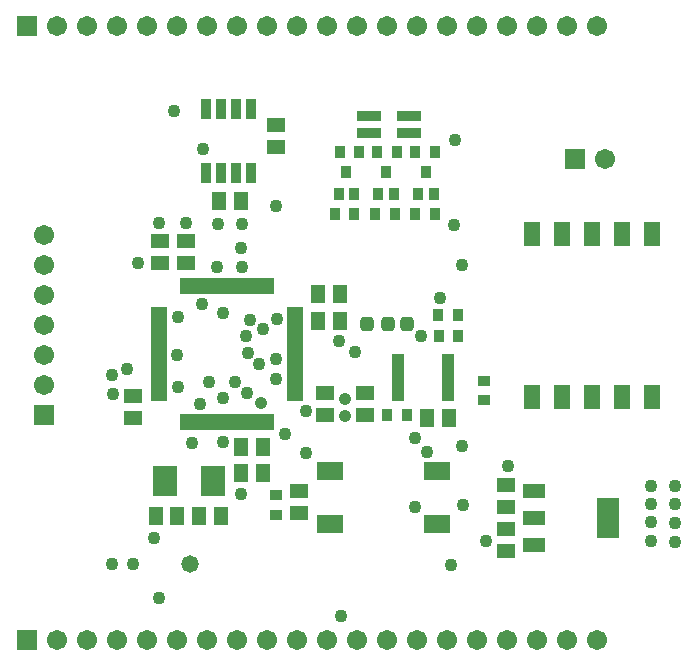
<source format=gts>
G04*
G04 #@! TF.GenerationSoftware,Altium Limited,Altium Designer,21.2.0 (30)*
G04*
G04 Layer_Color=8388736*
%FSLAX25Y25*%
%MOIN*%
G70*
G04*
G04 #@! TF.SameCoordinates,77A29CB9-FCA2-4D4B-8533-71CC963FDA7C*
G04*
G04*
G04 #@! TF.FilePolarity,Negative*
G04*
G01*
G75*
%ADD31R,0.03556X0.04343*%
%ADD32R,0.05800X0.08241*%
%ADD33R,0.04147X0.03556*%
%ADD34R,0.09068X0.06312*%
%ADD35R,0.07690X0.04540*%
%ADD36R,0.07690X0.13398*%
%ADD37R,0.06115X0.04737*%
%ADD38R,0.04737X0.06115*%
%ADD39R,0.07887X0.03753*%
%ADD40R,0.03556X0.06902*%
G04:AMPARAMS|DCode=41|XSize=47.37mil|YSize=47.37mil|CornerRadius=13.84mil|HoleSize=0mil|Usage=FLASHONLY|Rotation=90.000|XOffset=0mil|YOffset=0mil|HoleType=Round|Shape=RoundedRectangle|*
%AMROUNDEDRECTD41*
21,1,0.04737,0.01968,0,0,90.0*
21,1,0.01968,0.04737,0,0,90.0*
1,1,0.02769,0.00984,0.00984*
1,1,0.02769,0.00984,-0.00984*
1,1,0.02769,-0.00984,-0.00984*
1,1,0.02769,-0.00984,0.00984*
%
%ADD41ROUNDEDRECTD41*%
%ADD42R,0.04300X0.02001*%
%ADD43R,0.03556X0.04147*%
%ADD44R,0.08280X0.10249*%
%ADD45R,0.01981X0.05524*%
%ADD46R,0.05524X0.01981*%
%ADD47C,0.06706*%
%ADD48R,0.06706X0.06706*%
%ADD49R,0.06706X0.06706*%
%ADD50C,0.04343*%
%ADD51C,0.04143*%
%ADD52C,0.05800*%
D31*
X375941Y364860D02*
D03*
X378500Y372340D02*
D03*
X381059Y364860D02*
D03*
X389241D02*
D03*
X391800Y372340D02*
D03*
X394359Y364860D02*
D03*
X402541D02*
D03*
X405100Y372340D02*
D03*
X407659Y364860D02*
D03*
D32*
X460300Y297254D02*
D03*
X450300D02*
D03*
X440300D02*
D03*
X470300D02*
D03*
X480300D02*
D03*
X460300Y351546D02*
D03*
X450300D02*
D03*
X440300D02*
D03*
X470300D02*
D03*
X480300D02*
D03*
D33*
X424600Y302748D02*
D03*
Y296252D02*
D03*
X355000Y264548D02*
D03*
Y258052D02*
D03*
D34*
X408780Y272558D02*
D03*
X372953D02*
D03*
X408780Y254842D02*
D03*
X372953D02*
D03*
D35*
X441098Y265955D02*
D03*
Y256900D02*
D03*
Y247845D02*
D03*
D36*
X465902Y256900D02*
D03*
D37*
X431731Y268025D02*
D03*
Y260742D02*
D03*
X431700Y253442D02*
D03*
Y246158D02*
D03*
X355000Y387942D02*
D03*
Y380658D02*
D03*
X307500Y290358D02*
D03*
Y297642D02*
D03*
X362700Y265842D02*
D03*
Y258558D02*
D03*
X324978Y349170D02*
D03*
Y341887D02*
D03*
X316300D02*
D03*
Y349170D02*
D03*
X384853Y291458D02*
D03*
Y298742D02*
D03*
X371500Y298642D02*
D03*
Y291358D02*
D03*
D38*
X336158Y362700D02*
D03*
X343442D02*
D03*
X329558Y257538D02*
D03*
X336842D02*
D03*
X322258Y257538D02*
D03*
X314975D02*
D03*
X369076Y331500D02*
D03*
X376359D02*
D03*
Y322822D02*
D03*
X369076D02*
D03*
X405458Y290362D02*
D03*
X412742D02*
D03*
X350642Y280700D02*
D03*
X343358D02*
D03*
X350642Y272022D02*
D03*
X343358D02*
D03*
D39*
X399393Y391157D02*
D03*
X386007D02*
D03*
X399393Y385449D02*
D03*
X386007D02*
D03*
D40*
X331700Y393428D02*
D03*
X336700D02*
D03*
X341700D02*
D03*
X346700D02*
D03*
Y371972D02*
D03*
X341700D02*
D03*
X336700D02*
D03*
X331700D02*
D03*
D41*
X398800Y321800D02*
D03*
X392300Y321700D02*
D03*
X385500Y321600D02*
D03*
D42*
X395909Y310690D02*
D03*
Y308721D02*
D03*
Y306753D02*
D03*
Y304784D02*
D03*
Y302816D02*
D03*
Y300847D02*
D03*
Y298879D02*
D03*
Y296910D02*
D03*
X412491Y310690D02*
D03*
Y308721D02*
D03*
Y306753D02*
D03*
Y304784D02*
D03*
Y302816D02*
D03*
Y300847D02*
D03*
Y298879D02*
D03*
Y296910D02*
D03*
D43*
X395433Y378837D02*
D03*
X388937D02*
D03*
X382818D02*
D03*
X376322D02*
D03*
X408048D02*
D03*
X401552D02*
D03*
X407948Y358331D02*
D03*
X401452D02*
D03*
X394748D02*
D03*
X388252D02*
D03*
X381148D02*
D03*
X374652D02*
D03*
X409252Y324510D02*
D03*
X415748D02*
D03*
X415848Y317800D02*
D03*
X409352D02*
D03*
X398748Y291346D02*
D03*
X392252D02*
D03*
D44*
X318045Y269169D02*
D03*
X334187D02*
D03*
D45*
X353590Y289000D02*
D03*
X351622D02*
D03*
X349654D02*
D03*
X347685D02*
D03*
X345717D02*
D03*
X343748D02*
D03*
X341779D02*
D03*
X339811D02*
D03*
X337842D02*
D03*
X335874D02*
D03*
X333906D02*
D03*
X331937D02*
D03*
X329969D02*
D03*
X328000D02*
D03*
X326031D02*
D03*
X324063D02*
D03*
X353590Y334276D02*
D03*
X351622D02*
D03*
X349654D02*
D03*
X347685D02*
D03*
X345717D02*
D03*
X343748D02*
D03*
X341779D02*
D03*
X339811D02*
D03*
X337842D02*
D03*
X335874D02*
D03*
X333906D02*
D03*
X331937D02*
D03*
X329969D02*
D03*
X328000D02*
D03*
X326031D02*
D03*
X324063D02*
D03*
D46*
X361465Y310653D02*
D03*
Y308685D02*
D03*
Y306716D02*
D03*
Y304748D02*
D03*
Y302780D02*
D03*
Y300811D02*
D03*
Y298843D02*
D03*
Y296874D02*
D03*
Y326402D02*
D03*
Y324433D02*
D03*
Y322465D02*
D03*
Y320496D02*
D03*
Y318528D02*
D03*
Y316559D02*
D03*
Y314591D02*
D03*
Y312622D02*
D03*
X316189Y326402D02*
D03*
Y324433D02*
D03*
Y322465D02*
D03*
Y320496D02*
D03*
Y318528D02*
D03*
Y316559D02*
D03*
Y314591D02*
D03*
Y312622D02*
D03*
Y310653D02*
D03*
Y308685D02*
D03*
Y306716D02*
D03*
Y304748D02*
D03*
Y302780D02*
D03*
Y300811D02*
D03*
Y298843D02*
D03*
Y296874D02*
D03*
D47*
X464700Y376600D02*
D03*
X282000Y216300D02*
D03*
X292000D02*
D03*
X302000D02*
D03*
X312000D02*
D03*
X322000D02*
D03*
X332000D02*
D03*
X342000D02*
D03*
X352000D02*
D03*
X362000D02*
D03*
X372000D02*
D03*
X382000D02*
D03*
X392000D02*
D03*
X402000D02*
D03*
X412000D02*
D03*
X422000D02*
D03*
X432000D02*
D03*
X442000D02*
D03*
X452000D02*
D03*
X462000D02*
D03*
X282000Y421000D02*
D03*
X292000D02*
D03*
X302000D02*
D03*
X312000D02*
D03*
X322000D02*
D03*
X332000D02*
D03*
X342000D02*
D03*
X352000D02*
D03*
X362000D02*
D03*
X372000D02*
D03*
X382000D02*
D03*
X392000D02*
D03*
X402000D02*
D03*
X412000D02*
D03*
X422000D02*
D03*
X432000D02*
D03*
X442000D02*
D03*
X452000D02*
D03*
X462000D02*
D03*
X277900Y311300D02*
D03*
Y301300D02*
D03*
Y321300D02*
D03*
Y331300D02*
D03*
Y341300D02*
D03*
Y351300D02*
D03*
D48*
X454700Y376600D02*
D03*
X272000Y216300D02*
D03*
Y421000D02*
D03*
D49*
X277900Y291300D02*
D03*
D50*
X355100Y310000D02*
D03*
X355144Y303300D02*
D03*
X349600Y308200D02*
D03*
X417600Y261200D02*
D03*
X345600Y298800D02*
D03*
X341500Y302300D02*
D03*
X337300Y297100D02*
D03*
X350900Y319900D02*
D03*
X345700Y312000D02*
D03*
X345000Y317800D02*
D03*
X346600Y323100D02*
D03*
X488000Y249000D02*
D03*
Y255400D02*
D03*
Y261700D02*
D03*
Y267600D02*
D03*
X480000Y267800D02*
D03*
Y261600D02*
D03*
Y255500D02*
D03*
Y249200D02*
D03*
X413600Y241300D02*
D03*
X322500Y324000D02*
D03*
X330400Y328200D02*
D03*
X376100Y315900D02*
D03*
X365100Y292600D02*
D03*
X355400Y323300D02*
D03*
X314300Y250200D02*
D03*
X316200Y230200D02*
D03*
X300300Y241800D02*
D03*
X355000Y360834D02*
D03*
X343900Y340700D02*
D03*
X335500Y340500D02*
D03*
X401300Y260734D02*
D03*
X376900Y224434D02*
D03*
X330700Y380034D02*
D03*
X337400Y325200D02*
D03*
X321200Y392700D02*
D03*
X417200Y341300D02*
D03*
Y281000D02*
D03*
X307600Y241500D02*
D03*
X358000Y285000D02*
D03*
X414900Y383100D02*
D03*
X405300Y278900D02*
D03*
X401300Y283500D02*
D03*
X409700Y330200D02*
D03*
X432600Y274200D02*
D03*
X425100Y249200D02*
D03*
X414600Y354800D02*
D03*
X305600Y306600D02*
D03*
X332800Y302400D02*
D03*
X403300Y317700D02*
D03*
X381400Y312200D02*
D03*
X365000Y278800D02*
D03*
X337400Y282400D02*
D03*
X329900Y295000D02*
D03*
X327200Y281900D02*
D03*
X322500Y300700D02*
D03*
X300500Y304800D02*
D03*
X322200Y311200D02*
D03*
X343600Y347100D02*
D03*
X300800Y298400D02*
D03*
X309200Y342000D02*
D03*
X325000Y355200D02*
D03*
X316000Y355400D02*
D03*
X343400Y265000D02*
D03*
X343800Y354900D02*
D03*
X335900D02*
D03*
D51*
X378127Y291000D02*
D03*
X378200Y296588D02*
D03*
X350200Y295200D02*
D03*
D52*
X326300Y241500D02*
D03*
M02*

</source>
